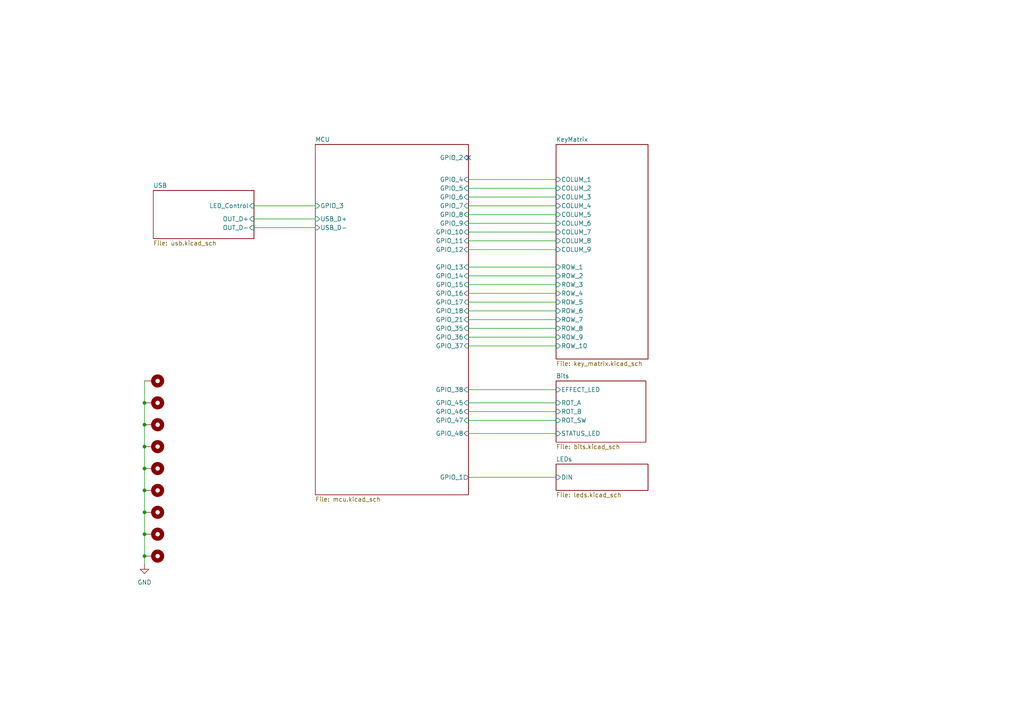
<source format=kicad_sch>
(kicad_sch (version 20250114) (generator "eeschema") (generator_version "9.0")
  (paper "A4")
  (title_block (date "2025-03-14"))
  (lib_symbols
    (symbol "Mechanical:MountingHole_Pad" (pin_numbers (hide yes)) (pin_names (offset 1.016) (hide yes)) (exclude_from_sim yes) (in_bom no)
      (property "Reference" "H" (at 0 6.35 0))
      (property "Value" "MountingHole_Pad" (at 0 4.445 0))
      (symbol "MountingHole_Pad_0_1"
        (circle (center 0 1.27) (radius 1.27) (stroke (width 1.27)))
      )
      (symbol "MountingHole_Pad_1_1"
        (pin input line (at 0 -2.54 90) (length 2.54) (name "1") (number "1"))
      )
    )
    (symbol "power:GND" (power) (pin_numbers (hide yes)) (pin_names (offset 0) (hide yes))
      (property "Value" "GND" (at 0 -3.81 0))
      (symbol "GND_0_1"
        (polyline (pts (xy 0 0) (xy 0 -1.27) (xy 1.27 -1.27) (xy 0 -2.54) (xy -1.27 -1.27) (xy 0 -1.27)))
      )
      (symbol "GND_1_1"
        (pin power_in line (at 0 0 270) (length 0) (name "~") (number "1"))
      )
    )
  )
  (junction (at 41.91 116.84))
  (junction (at 41.91 123.19))
  (junction (at 41.91 154.94))
  (junction (at 41.91 161.29))
  (junction (at 41.91 142.24))
  (junction (at 41.91 135.89))
  (junction (at 41.91 148.59))
  (junction (at 41.91 129.54))
  (no_connect (at 135.89 45.72))
  (wire (pts (xy 135.89 62.23) (xy 161.29 62.23)))
  (wire (pts (xy 135.89 82.55) (xy 161.29 82.55)))
  (wire (pts (xy 135.89 77.47) (xy 161.29 77.47)))
  (wire (pts (xy 41.91 135.89) (xy 41.91 142.24)))
  (wire (pts (xy 135.89 116.84) (xy 161.29 116.84)))
  (wire (pts (xy 135.89 138.43) (xy 161.29 138.43)))
  (wire (pts (xy 135.89 52.07) (xy 161.29 52.07)))
  (wire (pts (xy 135.89 59.69) (xy 161.29 59.69)))
  (wire (pts (xy 135.89 80.01) (xy 161.29 80.01)))
  (wire (pts (xy 41.91 129.54) (xy 41.91 135.89)))
  (wire (pts (xy 73.66 63.5) (xy 91.44 63.5)))
  (wire (pts (xy 135.89 119.38) (xy 161.29 119.38)))
  (wire (pts (xy 41.91 142.24) (xy 41.91 148.59)))
  (wire (pts (xy 135.89 92.71) (xy 161.29 92.71)))
  (wire (pts (xy 135.89 67.31) (xy 161.29 67.31)))
  (wire (pts (xy 41.91 148.59) (xy 41.91 154.94)))
  (wire (pts (xy 41.91 154.94) (xy 41.91 161.29)))
  (wire (pts (xy 135.89 100.33) (xy 161.29 100.33)))
  (wire (pts (xy 135.89 54.61) (xy 161.29 54.61)))
  (wire (pts (xy 135.89 69.85) (xy 161.29 69.85)))
  (wire (pts (xy 135.89 85.09) (xy 161.29 85.09)))
  (wire (pts (xy 135.89 57.15) (xy 161.29 57.15)))
  (wire (pts (xy 135.89 87.63) (xy 161.29 87.63)))
  (wire (pts (xy 135.89 121.92) (xy 161.29 121.92)))
  (wire (pts (xy 91.44 66.04) (xy 73.66 66.04)))
  (wire (pts (xy 41.91 161.29) (xy 41.91 163.83)))
  (wire (pts (xy 135.89 90.17) (xy 161.29 90.17)))
  (wire (pts (xy 135.89 72.39) (xy 161.29 72.39)))
  (wire (pts (xy 41.91 123.19) (xy 41.91 129.54)))
  (wire (pts (xy 135.89 125.73) (xy 161.29 125.73)))
  (wire (pts (xy 41.91 116.84) (xy 41.91 123.19)))
  (wire (pts (xy 135.89 95.25) (xy 161.29 95.25)))
  (wire (pts (xy 135.89 97.79) (xy 161.29 97.79)))
  (wire (pts (xy 41.91 110.49) (xy 41.91 116.84)))
  (wire (pts (xy 135.89 113.03) (xy 161.29 113.03)))
  (wire (pts (xy 73.66 59.69) (xy 91.44 59.69)))
  (wire (pts (xy 135.89 64.77) (xy 161.29 64.77)))
  (symbol (lib_id "Mechanical:MountingHole_Pad") (at 44.45 123.19 270) (unit 1) (exclude_from_sim yes) (in_bom no)
    (property "Reference" "H7" (effects (hide yes)))
    (property "Value" "MountingHole_Pad" (effects (hide yes)))
    (property "Footprint" "MountingHole:MountingHole_3.2mm_M3_DIN965_Pad_TopOnly" (effects (hide yes)))
    (property "Description" "Mounting Hole with connection" (effects (hide yes)))
  )
  (symbol (lib_id "Mechanical:MountingHole_Pad") (at 44.45 116.84 270) (unit 1) (exclude_from_sim yes) (in_bom no)
    (property "Reference" "H8" (effects (hide yes)))
    (property "Value" "MountingHole_Pad" (effects (hide yes)))
    (property "Footprint" "MountingHole:MountingHole_3.2mm_M3_DIN965_Pad_TopOnly" (effects (hide yes)))
    (property "Description" "Mounting Hole with connection" (effects (hide yes)))
  )
  (symbol (lib_id "Mechanical:MountingHole_Pad") (at 44.45 154.94 270) (unit 1) (exclude_from_sim yes) (in_bom no)
    (property "Reference" "H4" (effects (hide yes)))
    (property "Value" "MountingHole_Pad" (effects (hide yes)))
    (property "Footprint" "MountingHole:MountingHole_3.2mm_M3_DIN965_Pad_TopOnly" (effects (hide yes)))
    (property "Description" "Mounting Hole with connection" (effects (hide yes)))
  )
  (symbol (lib_id "Mechanical:MountingHole_Pad") (at 44.45 129.54 270) (unit 1) (exclude_from_sim yes) (in_bom no)
    (property "Reference" "H6" (effects (hide yes)))
    (property "Value" "MountingHole_Pad" (effects (hide yes)))
    (property "Footprint" "MountingHole:MountingHole_3.2mm_M3_DIN965_Pad_TopOnly" (effects (hide yes)))
    (property "Description" "Mounting Hole with connection" (effects (hide yes)))
  )
  (symbol (lib_id "Mechanical:MountingHole_Pad") (at 44.45 148.59 270) (unit 1) (exclude_from_sim yes) (in_bom no)
    (property "Reference" "H3" (effects (hide yes)))
    (property "Value" "MountingHole_Pad" (effects (hide yes)))
    (property "Footprint" "MountingHole:MountingHole_3.2mm_M3_DIN965_Pad_TopOnly" (effects (hide yes)))
    (property "Description" "Mounting Hole with connection" (effects (hide yes)))
  )
  (symbol (lib_id "Mechanical:MountingHole_Pad") (at 44.45 135.89 270) (unit 1) (exclude_from_sim yes) (in_bom no)
    (property "Reference" "H1" (effects (hide yes)))
    (property "Value" "MountingHole_Pad" (effects (hide yes)))
    (property "Footprint" "MountingHole:MountingHole_3.2mm_M3_DIN965_Pad_TopOnly" (effects (hide yes)))
    (property "Description" "Mounting Hole with connection" (effects (hide yes)))
  )
  (symbol (lib_id "power:GND") (at 41.91 163.83 0) (unit 1)
    (property "Reference" "#PWR01" (effects (hide yes)))
    (property "Value" "GND" (at 41.91 168.91 0))
    (property "Description" "Power symbol creates a global label with name \"GND\" , ground" (effects (hide yes)))
  )
  (symbol (lib_id "Mechanical:MountingHole_Pad") (at 44.45 110.49 270) (unit 1) (exclude_from_sim yes) (in_bom no)
    (property "Reference" "H9" (effects (hide yes)))
    (property "Value" "MountingHole_Pad" (effects (hide yes)))
    (property "Footprint" "MountingHole:MountingHole_3.2mm_M3_DIN965_Pad_TopOnly" (effects (hide yes)))
    (property "Description" "Mounting Hole with connection" (effects (hide yes)))
  )
  (symbol (lib_id "Mechanical:MountingHole_Pad") (at 44.45 161.29 270) (unit 1) (exclude_from_sim yes) (in_bom no)
    (property "Reference" "H5" (effects (hide yes)))
    (property "Value" "MountingHole_Pad" (effects (hide yes)))
    (property "Footprint" "MountingHole:MountingHole_3.2mm_M3_DIN965_Pad_TopOnly" (effects (hide yes)))
    (property "Description" "Mounting Hole with connection" (effects (hide yes)))
  )
  (symbol (lib_id "Mechanical:MountingHole_Pad") (at 44.45 142.24 270) (unit 1) (exclude_from_sim yes) (in_bom no)
    (property "Reference" "H2" (effects (hide yes)))
    (property "Value" "MountingHole_Pad" (effects (hide yes)))
    (property "Footprint" "MountingHole:MountingHole_3.2mm_M3_DIN965_Pad_TopOnly" (effects (hide yes)))
    (property "Description" "Mounting Hole with connection" (effects (hide yes)))
  )
  (sheet (at 44.45 55.245) (size 29.21 13.97) (stroke (width 0.1524))
    (property "Sheetname" "USB" (at 44.45 54.5334 0) (effects (justify left bottom)))
    (property "Sheetfile" "usb.kicad_sch" (at 44.45 69.7996 0) (effects (justify left top)))
    (pin "LED_Control" input (at 73.66 59.69 0))
    (pin "OUT_D+" input (at 73.66 63.5 0))
    (pin "OUT_D-" input (at 73.66 66.04 0))
  )
  (sheet (at 161.29 41.91) (size 26.67 62.23) (stroke (width 0.1524))
    (property "Sheetname" "KeyMatrix" (at 161.29 41.1984 0) (effects (justify left bottom)))
    (property "Sheetfile" "key_matrix.kicad_sch" (at 161.29 104.7246 0) (effects (justify left top)))
    (pin "COLUM_1" input (at 161.29 52.07 180))
    (pin "COLUM_2" input (at 161.29 54.61 180))
    (pin "COLUM_3" input (at 161.29 57.15 180))
    (pin "COLUM_4" input (at 161.29 59.69 180))
    (pin "COLUM_5" input (at 161.29 62.23 180))
    (pin "COLUM_6" input (at 161.29 64.77 180))
    (pin "COLUM_7" input (at 161.29 67.31 180))
    (pin "COLUM_8" input (at 161.29 69.85 180))
    (pin "COLUM_9" input (at 161.29 72.39 180))
    (pin "ROW_1" input (at 161.29 77.47 180))
    (pin "ROW_2" input (at 161.29 80.01 180))
    (pin "ROW_3" input (at 161.29 82.55 180))
    (pin "ROW_4" input (at 161.29 85.09 180))
    (pin "ROW_5" input (at 161.29 87.63 180))
    (pin "ROW_6" input (at 161.29 90.17 180))
    (pin "ROW_7" input (at 161.29 92.71 180))
    (pin "ROW_8" input (at 161.29 95.25 180))
    (pin "ROW_9" input (at 161.29 97.79 180))
    (pin "ROW_10" input (at 161.29 100.33 180))
  )
  (sheet (at 161.29 110.49) (size 26.035 17.78) (stroke (width 0.1524))
    (property "Sheetname" "Bits" (at 161.29 109.7784 0) (effects (justify left bottom)))
    (property "Sheetfile" "bits.kicad_sch" (at 161.29 128.8546 0) (effects (justify left top)))
    (pin "EFFECT_LED" input (at 161.29 113.03 180))
    (pin "ROT_A" input (at 161.29 116.84 180))
    (pin "ROT_B" input (at 161.29 119.38 180))
    (pin "ROT_SW" input (at 161.29 121.92 180))
    (pin "STATUS_LED" input (at 161.29 125.73 180))
  )
  (sheet (at 91.44 41.91) (size 44.45 101.6) (stroke (width 0.1524))
    (property "Sheetname" "MCU" (at 91.44 41.1984 0) (effects (justify left bottom)))
    (property "Sheetfile" "mcu.kicad_sch" (at 91.44 144.0946 0) (effects (justify left top)))
    (pin "GPIO_1" output (at 135.89 138.43 0))
    (pin "GPIO_2" input (at 135.89 45.72 0))
    (pin "GPIO_3" input (at 91.44 59.69 180))
    (pin "GPIO_4" input (at 135.89 52.07 0))
    (pin "GPIO_5" input (at 135.89 54.61 0))
    (pin "GPIO_6" input (at 135.89 57.15 0))
    (pin "GPIO_7" input (at 135.89 59.69 0))
    (pin "GPIO_8" input (at 135.89 62.23 0))
    (pin "GPIO_9" input (at 135.89 64.77 0))
    (pin "GPIO_10" input (at 135.89 67.31 0))
    (pin "GPIO_11" input (at 135.89 69.85 0))
    (pin "GPIO_12" input (at 135.89 72.39 0))
    (pin "GPIO_13" input (at 135.89 77.47 0))
    (pin "GPIO_14" input (at 135.89 80.01 0))
    (pin "GPIO_15" input (at 135.89 82.55 0))
    (pin "GPIO_16" input (at 135.89 85.09 0))
    (pin "GPIO_17" input (at 135.89 87.63 0))
    (pin "GPIO_18" input (at 135.89 90.17 0))
    (pin "GPIO_21" input (at 135.89 92.71 0))
    (pin "GPIO_35" input (at 135.89 95.25 0))
    (pin "GPIO_36" input (at 135.89 97.79 0))
    (pin "GPIO_37" input (at 135.89 100.33 0))
    (pin "GPIO_38" input (at 135.89 113.03 0))
    (pin "GPIO_45" input (at 135.89 116.84 0))
    (pin "GPIO_46" input (at 135.89 119.38 0))
    (pin "GPIO_47" input (at 135.89 121.92 0))
    (pin "GPIO_48" input (at 135.89 125.73 0))
    (pin "USB_D+" input (at 91.44 63.5 180))
    (pin "USB_D-" input (at 91.44 66.04 180))
  )
  (sheet (at 161.29 134.62) (size 26.67 7.62) (stroke (width 0.1524))
    (property "Sheetname" "LEDs" (at 161.29 133.9084 0) (effects (justify left bottom)))
    (property "Sheetfile" "leds.kicad_sch" (at 161.29 142.8246 0) (effects (justify left top)))
    (pin "DIN" input (at 161.29 138.43 180))
  )
)
</source>
